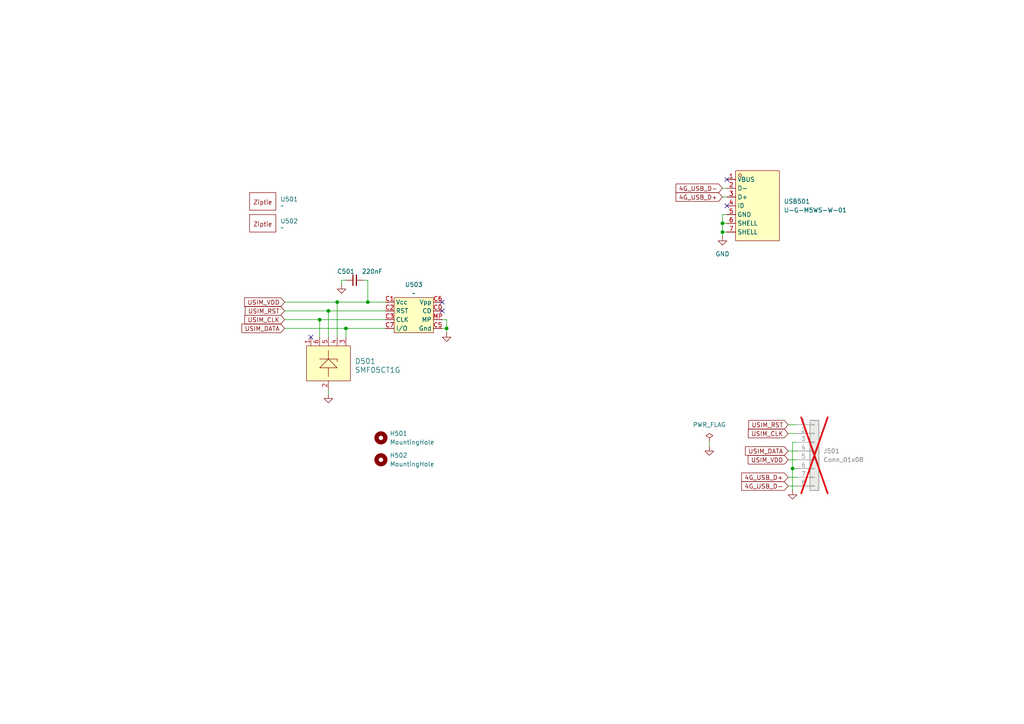
<source format=kicad_sch>
(kicad_sch (version 20231120) (generator "eeschema") (generator_version "8.0")
  (paper "A4")
  (lib_symbols
    (symbol "Connector_Generic:Conn_01x08" (pin_names (offset 1.016) hide)
      (property "Reference" "J" (at 0 10.16 0))
      (property "Value" "Conn_01x08" (at 0 -12.7 0))
      (symbol "Conn_01x08_1_1"
        (rectangle (start -1.27 -10.033) (end 0 -10.287) (stroke (width 0.1524)))
        (rectangle (start -1.27 -7.493) (end 0 -7.747) (stroke (width 0.1524)))
        (rectangle (start -1.27 -4.953) (end 0 -5.207) (stroke (width 0.1524)))
        (rectangle (start -1.27 -2.413) (end 0 -2.667) (stroke (width 0.1524)))
        (rectangle (start -1.27 0.127) (end 0 -0.127) (stroke (width 0.1524)))
        (rectangle (start -1.27 2.667) (end 0 2.413) (stroke (width 0.1524)))
        (rectangle (start -1.27 5.207) (end 0 4.953) (stroke (width 0.1524)))
        (rectangle (start -1.27 7.747) (end 0 7.493) (stroke (width 0.1524)))
        (rectangle (start -1.27 8.89) (end 1.27 -11.43) (stroke (width 0.254)) (fill (type background)))
        (pin passive line (at -5.08 7.62 0) (length 3.81) (name "Pin_1") (number "1"))
        (pin passive line (at -5.08 5.08 0) (length 3.81) (name "Pin_2") (number "2"))
        (pin passive line (at -5.08 2.54 0) (length 3.81) (name "Pin_3") (number "3"))
        (pin passive line (at -5.08 0 0) (length 3.81) (name "Pin_4") (number "4"))
        (pin passive line (at -5.08 -2.54 0) (length 3.81) (name "Pin_5") (number "5"))
        (pin passive line (at -5.08 -5.08 0) (length 3.81) (name "Pin_6") (number "6"))
        (pin passive line (at -5.08 -7.62 0) (length 3.81) (name "Pin_7") (number "7"))
        (pin passive line (at -5.08 -10.16 0) (length 3.81) (name "Pin_8") (number "8"))
      )
    )
    (symbol "Device:C_Small" (pin_numbers hide) (pin_names (offset 0.254) hide)
      (property "Reference" "C" (at 0.254 1.778 0))
      (property "Value" "C_Small" (at 0.254 -2.032 0))
      (symbol "C_Small_0_1"
        (polyline (pts (xy -1.524 -0.508) (xy 1.524 -0.508)) (stroke (width 0.3302)))
        (polyline (pts (xy -1.524 0.508) (xy 1.524 0.508)) (stroke (width 0.3048)))
      )
      (symbol "C_Small_1_1"
        (pin passive line (at 0 2.54 270) (length 2.032) (name "~") (number "1"))
        (pin passive line (at 0 -2.54 90) (length 2.032) (name "~") (number "2"))
      )
    )
    (symbol "Mechanical:MountingHole" (pin_names (offset 1.016))
      (property "Reference" "H" (at 0 5.08 0))
      (property "Value" "MountingHole" (at 0 3.175 0))
      (symbol "MountingHole_0_1"
        (circle (center 0 0) (radius 1.27) (stroke (width 1.27)))
      )
    )
    (symbol "cacophony-library:K-DYX-010"
      (property "Reference" "U" (at 0 1.778 0))
      (symbol "K-DYX-010_1_1"
        (rectangle (start -6.35 -1.27) (end 5.08 -11.43) (fill (type background)))
        (pin input line (at -8.89 -2.54 0) (length 2.54) (name "Vcc") (number "C1"))
        (pin input line (at -8.89 -5.08 0) (length 2.54) (name "RST") (number "C2"))
        (pin input line (at -8.89 -7.62 0) (length 2.54) (name "CLK") (number "C3"))
        (pin input line (at 7.62 -10.16 180) (length 2.54) (name "Gnd") (number "C5"))
        (pin input line (at 7.62 -2.54 180) (length 2.54) (name "Vpp") (number "C6"))
        (pin input line (at -8.89 -10.16 0) (length 2.54) (name "I/O") (number "C7"))
        (pin input line (at 7.62 -5.08 180) (length 2.54) (name "CD") (number "CD"))
        (pin input line (at 7.62 -7.62 180) (length 2.54) (name "MP") (number "MP"))
        (pin input line (at 7.62 -7.62 180) (length 2.54) hide (name "MP") (number "MP_2"))
        (pin input line (at 7.62 -7.62 180) (length 2.54) hide (name "MP") (number "MP_3"))
        (pin input line (at 7.62 -7.62 180) (length 2.54) hide (name "MP") (number "MP_4"))
      )
    )
    (symbol "cacophony-library:SMF05CT1G" (pin_names (offset 1.016))
      (property "Reference" "D" (at 7.62 0 0))
      (property "Value" "SMF05CT1G" (at 7.62 -3.81 0))
      (symbol "SMF05CT1G_0_1"
        (rectangle (start -6.35 3.81) (end 6.35 -6.35) (fill (type background)))
        (polyline (pts (xy 0 -2.54) (xy 0 -5.08)))
        (polyline (pts (xy 0 0) (xy 0 2.54)))
      )
      (symbol "SMF05CT1G_1_1"
        (polyline (pts (xy -2.54 0) (xy 2.54 0)))
        (polyline (pts (xy 2.54 0) (xy 2.54 -0.762)))
        (polyline (pts (xy 2.54 -2.54) (xy 0 0) (xy -2.54 -2.54) (xy 2.54 -2.54)) (fill (type background)))
        (pin input line (at -5.08 6.35 270) (length 2.54) (name "") (number "1"))
        (pin input line (at 0 -8.89 90) (length 2.54) (name "") (number "2"))
        (pin input line (at 5.08 6.35 270) (length 2.54) (name "") (number "3"))
        (pin input line (at 2.54 6.35 270) (length 2.54) (name "") (number "4"))
        (pin input line (at 0 6.35 270) (length 2.54) (name "") (number "5"))
        (pin input line (at -2.54 6.35 270) (length 2.54) (name "") (number "6"))
      )
    )
    (symbol "cacophony-library:U-G-M5WS-W-01"
      (property "Reference" "USB" (at 0 12.7 0))
      (property "Value" "U-G-M5WS-W-01" (at 0 -12.7 0))
      (symbol "U-G-M5WS-W-01_0_1"
        (rectangle (start -6.35 10.16) (end 6.35 -10.16) (fill (type background)))
        (circle (center -5.08 8.89) (radius 0.38))
        (pin unspecified line (at -8.89 7.62 0) (length 2.54) (name "VBUS") (number "1"))
        (pin unspecified line (at -8.89 5.08 0) (length 2.54) (name "D-") (number "2"))
        (pin unspecified line (at -8.89 2.54 0) (length 2.54) (name "D+") (number "3"))
        (pin unspecified line (at -8.89 0 0) (length 2.54) (name "ID") (number "4"))
        (pin unspecified line (at -8.89 -2.54 0) (length 2.54) (name "GND") (number "5"))
        (pin unspecified line (at -8.89 -5.08 0) (length 2.54) (name "SHELL") (number "6"))
        (pin unspecified line (at -8.89 -7.62 0) (length 2.54) (name "SHELL") (number "7"))
      )
    )
    (symbol "cacophony-library:ziptie" (exclude_from_sim yes) (in_bom no)
      (property "Reference" "U" (at 0 0 0))
      (symbol "ziptie_0_1"
        (rectangle (start -3.81 1.27) (end 3.81 -3.81))
      )
      (symbol "ziptie_1_1"
        (text "Ziptie" (at 0 -1.524 0) (effects (font (size 1.27 1.27))))
      )
    )
    (symbol "power:GND" (power) (pin_numbers hide) (pin_names (offset 0) hide)
      (property "Value" "GND" (at 0 -3.81 0))
      (symbol "GND_0_1"
        (polyline (pts (xy 0 0) (xy 0 -1.27) (xy 1.27 -1.27) (xy 0 -2.54) (xy -1.27 -1.27) (xy 0 -1.27)))
      )
      (symbol "GND_1_1"
        (pin power_in line (at 0 0 270) (length 0) (name "~") (number "1"))
      )
    )
    (symbol "power:PWR_FLAG" (power) (pin_numbers hide) (pin_names (offset 0) hide)
      (property "Value" "PWR_FLAG" (at 0 3.81 0))
      (symbol "PWR_FLAG_0_0"
        (pin power_out line (at 0 0 90) (length 0) (name "~") (number "1"))
      )
      (symbol "PWR_FLAG_0_1"
        (polyline (pts (xy 0 0) (xy 0 1.27) (xy -1.016 1.905) (xy 0 2.54) (xy 1.016 1.905) (xy 0 1.27)))
      )
    )
  )
  (junction (at 229.87 135.89))
  (junction (at 129.54 95.25))
  (junction (at 209.55 67.31))
  (junction (at 100.33 95.25))
  (junction (at 95.25 90.17))
  (junction (at 106.68 87.63))
  (junction (at 92.71 92.71))
  (junction (at 209.55 64.77))
  (junction (at 97.79 87.63))
  (no_connect (at 128.27 87.63))
  (no_connect (at 210.82 52.07))
  (no_connect (at 90.17 97.79))
  (no_connect (at 128.27 90.17))
  (no_connect (at 210.82 59.69))
  (wire (pts (xy 100.33 95.25) (xy 111.76 95.25)))
  (wire (pts (xy 228.6 138.43) (xy 231.14 138.43)))
  (wire (pts (xy 209.55 68.58) (xy 209.55 67.31)))
  (wire (pts (xy 228.6 123.19) (xy 231.14 123.19)))
  (wire (pts (xy 105.41 81.28) (xy 106.68 81.28)))
  (wire (pts (xy 92.71 92.71) (xy 92.71 97.79)))
  (wire (pts (xy 228.6 140.97) (xy 231.14 140.97)))
  (wire (pts (xy 82.55 90.17) (xy 95.25 90.17)))
  (wire (pts (xy 97.79 87.63) (xy 106.68 87.63)))
  (wire (pts (xy 228.6 125.73) (xy 231.14 125.73)))
  (wire (pts (xy 82.55 87.63) (xy 97.79 87.63)))
  (wire (pts (xy 95.25 90.17) (xy 95.25 97.79)))
  (wire (pts (xy 100.33 81.28) (xy 99.06 81.28)))
  (wire (pts (xy 209.55 67.31) (xy 210.82 67.31)))
  (wire (pts (xy 95.25 90.17) (xy 111.76 90.17)))
  (wire (pts (xy 95.25 113.03) (xy 95.25 114.3)))
  (wire (pts (xy 228.6 130.81) (xy 231.14 130.81)))
  (wire (pts (xy 99.06 81.28) (xy 99.06 82.55)))
  (wire (pts (xy 229.87 135.89) (xy 231.14 135.89)))
  (wire (pts (xy 209.55 62.23) (xy 210.82 62.23)))
  (wire (pts (xy 129.54 95.25) (xy 129.54 96.52)))
  (wire (pts (xy 106.68 87.63) (xy 111.76 87.63)))
  (wire (pts (xy 128.27 92.71) (xy 129.54 92.71)))
  (wire (pts (xy 209.55 67.31) (xy 209.55 64.77)))
  (wire (pts (xy 205.74 128.27) (xy 205.74 129.54)))
  (wire (pts (xy 100.33 95.25) (xy 100.33 97.79)))
  (wire (pts (xy 106.68 81.28) (xy 106.68 87.63)))
  (wire (pts (xy 228.6 133.35) (xy 231.14 133.35)))
  (wire (pts (xy 97.79 87.63) (xy 97.79 97.79)))
  (wire (pts (xy 209.55 54.61) (xy 210.82 54.61)))
  (wire (pts (xy 209.55 57.15) (xy 210.82 57.15)))
  (wire (pts (xy 82.55 92.71) (xy 92.71 92.71)))
  (wire (pts (xy 92.71 92.71) (xy 111.76 92.71)))
  (wire (pts (xy 209.55 64.77) (xy 209.55 62.23)))
  (wire (pts (xy 229.87 142.24) (xy 229.87 135.89)))
  (wire (pts (xy 128.27 95.25) (xy 129.54 95.25)))
  (wire (pts (xy 209.55 64.77) (xy 210.82 64.77)))
  (wire (pts (xy 231.14 128.27) (xy 229.87 128.27)))
  (wire (pts (xy 82.55 95.25) (xy 100.33 95.25)))
  (wire (pts (xy 129.54 92.71) (xy 129.54 95.25)))
  (wire (pts (xy 229.87 128.27) (xy 229.87 135.89)))
  (global_label "USIM_CLK" (shape input) (at 82.55 92.71 180) (property "Intersheetrefs" "${INTERSHEET_REFS}" (effects (hide yes))))
  (global_label "USIM_DATA" (shape input) (at 228.6 130.81 180) (property "Intersheetrefs" "${INTERSHEET_REFS}" (effects (hide yes))))
  (global_label "USIM_VDD" (shape input) (at 82.55 87.63 180) (property "Intersheetrefs" "${INTERSHEET_REFS}" (effects (hide yes))))
  (global_label "4G_USB_D-" (shape input) (at 209.55 54.61 180) (property "Intersheetrefs" "${INTERSHEET_REFS}" (effects (hide yes))))
  (global_label "USIM_VDD" (shape input) (at 228.6 133.35 180) (property "Intersheetrefs" "${INTERSHEET_REFS}" (effects (hide yes))))
  (global_label "USIM_DATA" (shape input) (at 82.55 95.25 180) (property "Intersheetrefs" "${INTERSHEET_REFS}" (effects (hide yes))))
  (global_label "USIM_RST" (shape input) (at 228.6 123.19 180) (property "Intersheetrefs" "${INTERSHEET_REFS}" (effects (hide yes))))
  (global_label "4G_USB_D+" (shape input) (at 209.55 57.15 180) (property "Intersheetrefs" "${INTERSHEET_REFS}" (effects (hide yes))))
  (global_label "4G_USB_D-" (shape input) (at 228.6 140.97 180) (property "Intersheetrefs" "${INTERSHEET_REFS}" (effects (hide yes))))
  (global_label "USIM_RST" (shape input) (at 82.55 90.17 180) (property "Intersheetrefs" "${INTERSHEET_REFS}" (effects (hide yes))))
  (global_label "USIM_CLK" (shape input) (at 228.6 125.73 180) (property "Intersheetrefs" "${INTERSHEET_REFS}" (effects (hide yes))))
  (global_label "4G_USB_D+" (shape input) (at 228.6 138.43 180) (property "Intersheetrefs" "${INTERSHEET_REFS}" (effects (hide yes))))
  (symbol (lib_id "cacophony-library:SMF05CT1G") (at 95.25 104.14 0) (unit 1)
    (property "Reference" "D501" (at 102.87 104.775 0) (effects (font (size 1.524 1.524)) (justify left)))
    (property "Value" "SMF05CT1G" (at 102.87 107.315 0) (effects (font (size 1.524 1.524)) (justify left)))
    (property "Footprint" "cacophony-library:SOT-363_L2.0-W1.3-P0.65-LS2.1-BR" (effects (hide yes)))
    (property "Datasheet" "https://lcsc.com/product-detail/TVS_ON_SMF05CT1G_SMF05CT1G_C15879.html" (effects (hide yes)))
    (property "Manufacturer" "ON" (effects (hide yes)))
    (property "LCSC" "C15879" (effects (hide yes)))
  )
  (symbol (lib_id "power:GND") (at 205.74 129.54 0) (unit 1)
    (property "Reference" "#PWR0505" (effects (hide yes)))
    (property "Value" "GND" (effects (hide yes)))
    (property "Description" "Power symbol creates a global label with name \"GND\" , ground" (effects (hide yes)))
  )
  (symbol (lib_id "power:GND") (at 209.55 68.58 0) (unit 1)
    (property "Reference" "#PWR0501" (effects (hide yes)))
    (property "Value" "GND" (at 209.55 73.66 0))
    (property "Description" "Power symbol creates a global label with name \"GND\" , ground" (effects (hide yes)))
  )
  (symbol (lib_id "Mechanical:MountingHole") (at 110.49 127 0) (unit 1) (in_bom no)
    (property "Reference" "H501" (at 113.03 125.73 0) (effects (justify left)))
    (property "Value" "MountingHole" (at 113.03 128.27 0) (effects (justify left)))
    (property "Footprint" "cacophony-library:MountingHole_2.7mm_M2.5" (effects (hide yes)))
  )
  (symbol (lib_id "power:GND") (at 99.06 82.55 0) (unit 1)
    (property "Reference" "#PWR0502" (effects (hide yes)))
    (property "Value" "GND" (effects (hide yes)))
    (property "Description" "Power symbol creates a global label with name \"GND\" , ground" (effects (hide yes)))
  )
  (symbol (lib_id "Connector_Generic:Conn_01x08") (at 236.22 130.81 0) (unit 1) (in_bom no) (dnp yes)
    (property "Reference" "J501" (at 238.76 130.81 0) (effects (justify left)))
    (property "Value" "Conn_01x08" (at 238.76 133.35 0) (effects (justify left)))
    (property "Footprint" "Connector_PinHeader_2.54mm:PinHeader_1x08_P2.54mm_Vertical" (effects (hide yes)))
    (property "LCSC" "C5156616" (effects (hide yes)))
  )
  (symbol (lib_id "cacophony-library:U-G-M5WS-W-01") (at 219.71 59.69 0) (unit 1)
    (property "Reference" "USB501" (at 227.33 58.42 0) (effects (justify left)))
    (property "Value" "U-G-M5WS-W-01" (at 227.33 60.96 0) (effects (justify left)))
    (property "Footprint" "cacophony-library:MICRO-USB-SMD_U-G-M5WS-W-01" (effects (hide yes)))
    (property "LCSC" "C283546" (effects (hide yes)))
  )
  (symbol (lib_id "cacophony-library:ziptie") (at 76.2 57.15 0) (unit 1) (exclude_from_sim yes) (in_bom no)
    (property "Reference" "U501" (at 81.28 57.7849 0) (effects (justify left)))
    (property "Value" "~" (at 81.28 59.69 0) (effects (justify left)))
    (property "Footprint" "cacophony-library:ziptie" (effects (hide yes)))
  )
  (symbol (lib_id "power:GND") (at 95.25 114.3 0) (unit 1)
    (property "Reference" "#PWR0504" (effects (hide yes)))
    (property "Value" "GND" (effects (hide yes)))
    (property "Description" "Power symbol creates a global label with name \"GND\" , ground" (effects (hide yes)))
  )
  (symbol (lib_id "cacophony-library:K-DYX-010") (at 120.65 85.09 0) (unit 1)
    (property "Reference" "U503" (at 120.015 82.55 0))
    (property "Value" "~" (at 120.015 85.09 0))
    (property "Footprint" "cacophony-library:K-DYX-010" (effects (hide yes)))
    (property "LCSC" "C2919617" (effects (hide yes)))
  )
  (symbol (lib_id "power:PWR_FLAG") (at 205.74 128.27 0) (unit 1)
    (property "Reference" "#FLG0501" (effects (hide yes)))
    (property "Value" "PWR_FLAG" (at 205.74 123.19 0))
    (property "Description" "Special symbol for telling ERC where power comes from" (effects (hide yes)))
  )
  (symbol (lib_id "Mechanical:MountingHole") (at 110.49 133.35 0) (unit 1) (in_bom no)
    (property "Reference" "H502" (at 113.03 132.08 0) (effects (justify left)))
    (property "Value" "MountingHole" (at 113.03 134.62 0) (effects (justify left)))
    (property "Footprint" "cacophony-library:MountingHole_2.7mm_M2.5" (effects (hide yes)))
  )
  (symbol (lib_id "power:GND") (at 129.54 96.52 0) (unit 1)
    (property "Reference" "#PWR0503" (effects (hide yes)))
    (property "Value" "GND" (effects (hide yes)))
    (property "Description" "Power symbol creates a global label with name \"GND\" , ground" (effects (hide yes)))
  )
  (symbol (lib_id "Device:C_Small") (at 102.87 81.28 90) (unit 1)
    (property "Reference" "C501" (at 100.33 78.74 90))
    (property "Value" "220nF" (at 107.95 78.74 90))
    (property "Footprint" "Capacitor_SMD:C_0402_1005Metric" (effects (hide yes)))
    (property "LCSC" "C16772" (effects (hide yes)))
  )
  (symbol (lib_id "power:GND") (at 229.87 142.24 0) (unit 1)
    (property "Reference" "#PWR0506" (effects (hide yes)))
    (property "Value" "GND" (effects (hide yes)))
    (property "Description" "Power symbol creates a global label with name \"GND\" , ground" (effects (hide yes)))
  )
  (symbol (lib_id "cacophony-library:ziptie") (at 76.2 63.5 0) (unit 1) (exclude_from_sim yes) (in_bom no)
    (property "Reference" "U502" (at 81.28 64.1349 0) (effects (justify left)))
    (property "Value" "~" (at 81.28 66.04 0) (effects (justify left)))
    (property "Footprint" "cacophony-library:ziptie" (effects (hide yes)))
  )
)
</source>
